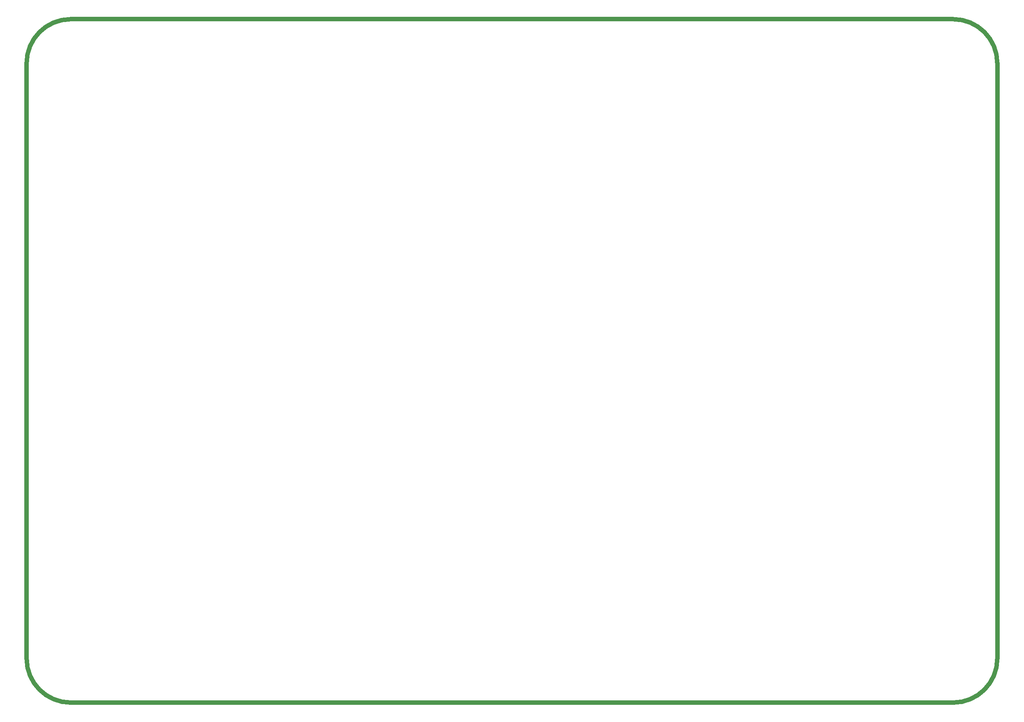
<source format=gbr>
G04 #@! TF.GenerationSoftware,KiCad,Pcbnew,(5.1.5)-3*
G04 #@! TF.CreationDate,2020-04-16T17:23:26-04:00*
G04 #@! TF.ProjectId,SAP-PSU,5341502d-5053-4552-9e6b-696361645f70,rev?*
G04 #@! TF.SameCoordinates,Original*
G04 #@! TF.FileFunction,Profile,NP*
%FSLAX46Y46*%
G04 Gerber Fmt 4.6, Leading zero omitted, Abs format (unit mm)*
G04 Created by KiCad (PCBNEW (5.1.5)-3) date 2020-04-16 17:23:26*
%MOMM*%
%LPD*%
G04 APERTURE LIST*
%ADD10C,1.000000*%
G04 APERTURE END LIST*
D10*
X460000000Y-430000000D02*
G75*
G02X450000000Y-420000000I0J10000000D01*
G01*
X670000000Y-420000000D02*
G75*
G02X660000000Y-430000000I-10000000J0D01*
G01*
X660000000Y-275000000D02*
G75*
G02X670000000Y-285000000I0J-10000000D01*
G01*
X450000000Y-285000000D02*
G75*
G02X460000000Y-275000000I10000000J0D01*
G01*
X450000000Y-420000000D02*
X450000000Y-285000000D01*
X660000000Y-430000000D02*
X460000000Y-430000000D01*
X670000000Y-285000000D02*
X670000000Y-420000000D01*
X460000000Y-275000000D02*
X660000000Y-275000000D01*
M02*

</source>
